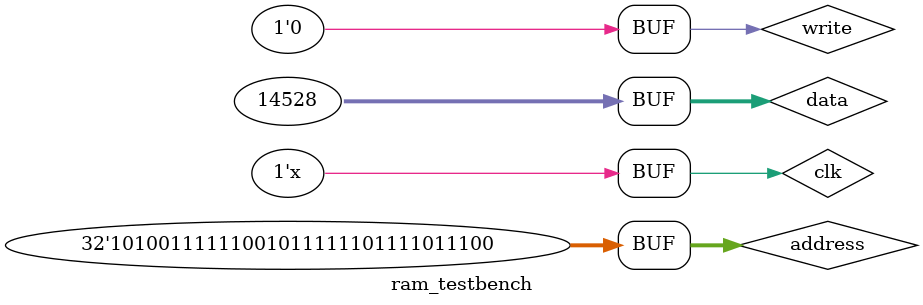
<source format=v>
module ram_testbench;

reg [0:31] address, data;
reg write, clk;
wire [0:31] out;

ram ram(
	.address(address), 
	.data(data), 
	.write(write), 
	.clk(clk), 
	.out(out)
);

initial
begin
	clk = 1'b0;
	
	address = 32'b00000000000000000000000000000000;			// 0
	data =    32'b00000000000000000011100011000000;			// 14528
	write = 1;
	
	#100
	address = 32'b10100111111001011111101111011100;			// 2816867292 % size = 3036
	data =    32'b00000000000010000000100001010101;			// 526421
	write = 1;
	
	#100
	address = 32'b00000000000000000000000000000000;			// 0
	data =    32'b00000000000000000011100011000000;			// 14528
	write = 0;
	
	#100
	address = 32'b10100111111001011111101111011100;			// 2816867292 % size = 3036
	data =    32'b00000000000010000000100001010101;			// 526421
	write = 0;
	
	#100
	address = 32'b00000000000011110100011111010001;			// 1001425 % size = 2001
	data =    32'b00000001100000110001101100010110;			// 25369366
	write = 1;

	#100
	address = 32'b00000000000011110100011111010001;			// 1001425 % size = 2001
	data =    32'b00000001100000110001101100010110;			// 25369366
	write = 0;

	#100
	address = 32'b10100111111001011111101111011100;			// 2816867292 % size = 3036
	data =    32'b00000000000000000011100011000000;			// 14528
	write = 1;

	#100
	address = 32'b10100111111001011111101111011100;			// 2816867292 % size = 3036
	data =    32'b00000000000000000011100011000000;			// 14528
	write = 0;
end

initial
$monitor("address = %d data = %d write = %d out = %d", address % 4096, data, write, out);

initial
$dumpvars;

always #25 clk = ~clk;
endmodule 
</source>
